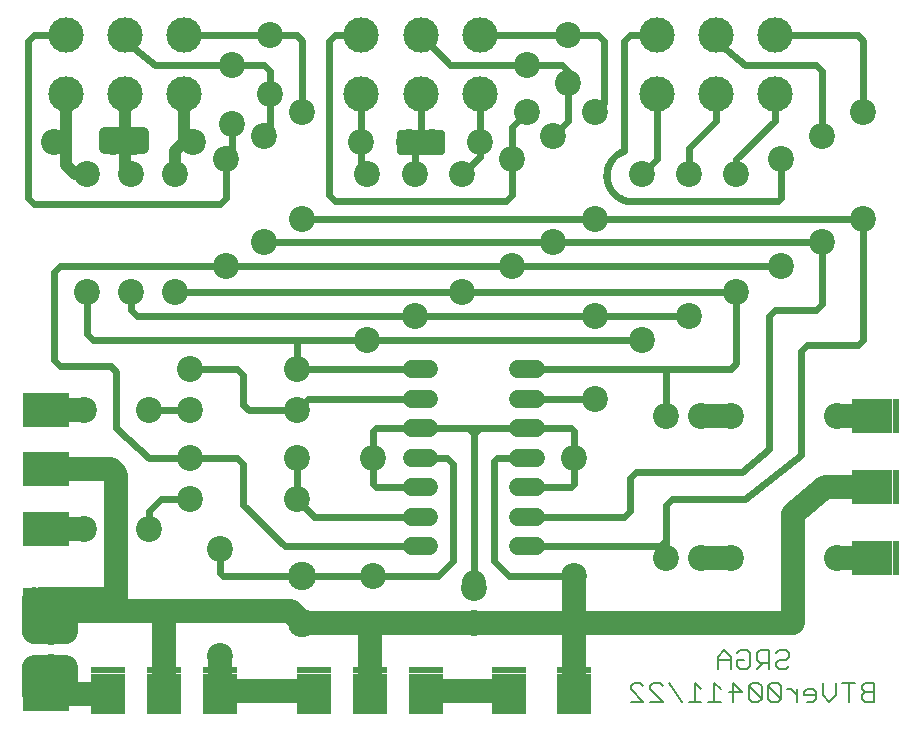
<source format=gbr>
G04 EAGLE Gerber RS-274X export*
G75*
%MOMM*%
%FSLAX34Y34*%
%LPD*%
%INBottom Copper*%
%IPPOS*%
%AMOC8*
5,1,8,0,0,1.08239X$1,22.5*%
G01*
%ADD10C,0.152400*%
%ADD11C,2.000000*%
%ADD12C,2.200000*%
%ADD13R,3.500000X3.000000*%
%ADD14R,0.500000X3.000000*%
%ADD15C,1.500000*%
%ADD16C,2.400000*%
%ADD17R,3.000000X3.500000*%
%ADD18R,3.000000X0.500000*%
%ADD19C,3.000000*%
%ADD20C,0.600000*%
%ADD21C,1.000000*%
%ADD22C,2.000000*%


D10*
X643391Y54320D02*
X646103Y57032D01*
X651526Y57032D01*
X654238Y54320D01*
X654238Y51609D01*
X651526Y48897D01*
X646103Y48897D01*
X643391Y46185D01*
X643391Y43474D01*
X646103Y40762D01*
X651526Y40762D01*
X654238Y43474D01*
X637866Y40762D02*
X637866Y57032D01*
X629732Y57032D01*
X627020Y54320D01*
X627020Y48897D01*
X629732Y46185D01*
X637866Y46185D01*
X632443Y46185D02*
X627020Y40762D01*
X613360Y57032D02*
X610648Y54320D01*
X613360Y57032D02*
X618783Y57032D01*
X621495Y54320D01*
X621495Y43474D01*
X618783Y40762D01*
X613360Y40762D01*
X610648Y43474D01*
X610648Y48897D01*
X616072Y48897D01*
X605123Y51609D02*
X605123Y40762D01*
X605123Y51609D02*
X599700Y57032D01*
X594277Y51609D01*
X594277Y40762D01*
X594277Y48897D02*
X605123Y48897D01*
X726738Y29532D02*
X726738Y13262D01*
X726738Y29532D02*
X718603Y29532D01*
X715891Y26820D01*
X715891Y24109D01*
X718603Y21397D01*
X715891Y18685D01*
X715891Y15974D01*
X718603Y13262D01*
X726738Y13262D01*
X726738Y21397D02*
X718603Y21397D01*
X704943Y13262D02*
X704943Y29532D01*
X710366Y29532D02*
X699520Y29532D01*
X693995Y29532D02*
X693995Y18685D01*
X688572Y13262D01*
X683148Y18685D01*
X683148Y29532D01*
X674912Y13262D02*
X669488Y13262D01*
X674912Y13262D02*
X677623Y15974D01*
X677623Y21397D01*
X674912Y24109D01*
X669488Y24109D01*
X666777Y21397D01*
X666777Y18685D01*
X677623Y18685D01*
X661252Y13262D02*
X661252Y24109D01*
X661252Y18685D02*
X655828Y24109D01*
X653117Y24109D01*
X647609Y26820D02*
X647609Y15974D01*
X647609Y26820D02*
X644897Y29532D01*
X639474Y29532D01*
X636762Y26820D01*
X636762Y15974D01*
X639474Y13262D01*
X644897Y13262D01*
X647609Y15974D01*
X636762Y26820D01*
X631237Y26820D02*
X631237Y15974D01*
X631237Y26820D02*
X628526Y29532D01*
X623102Y29532D01*
X620391Y26820D01*
X620391Y15974D01*
X623102Y13262D01*
X628526Y13262D01*
X631237Y15974D01*
X620391Y26820D01*
X606731Y29532D02*
X606731Y13262D01*
X614866Y21397D02*
X606731Y29532D01*
X604019Y21397D02*
X614866Y21397D01*
X596738Y24109D02*
X591315Y29532D01*
X591315Y13262D01*
X596738Y13262D02*
X585891Y13262D01*
X580366Y24109D02*
X574943Y29532D01*
X574943Y13262D01*
X580366Y13262D02*
X569520Y13262D01*
X563995Y13262D02*
X553148Y29532D01*
X547623Y13262D02*
X536777Y13262D01*
X547623Y13262D02*
X536777Y24109D01*
X536777Y26820D01*
X539488Y29532D01*
X544912Y29532D01*
X547623Y26820D01*
X531252Y13262D02*
X520405Y13262D01*
X531252Y13262D02*
X520405Y24109D01*
X520405Y26820D01*
X523117Y29532D01*
X528540Y29532D01*
X531252Y26820D01*
D11*
X60000Y360000D03*
X60000Y460000D03*
X97500Y360000D03*
X97500Y460000D03*
X135000Y360000D03*
X135000Y460000D03*
D12*
X177500Y382500D03*
X177500Y472500D03*
X210000Y402500D03*
X210000Y492500D03*
X242500Y422500D03*
X242500Y512500D03*
X647500Y382500D03*
X647500Y472500D03*
X682500Y402500D03*
X682500Y492500D03*
X717500Y422500D03*
X717500Y512500D03*
X610000Y360000D03*
X610000Y460000D03*
X490000Y422500D03*
X490000Y512500D03*
X455000Y402500D03*
X455000Y492500D03*
X420000Y382500D03*
X420000Y472500D03*
X337500Y340000D03*
X337500Y460000D03*
X570000Y340000D03*
X570000Y460000D03*
X377500Y360000D03*
X377500Y460000D03*
X297500Y320000D03*
X297500Y460000D03*
X530000Y320000D03*
X530000Y460000D03*
X60000Y360000D03*
X60000Y460000D03*
X97500Y360000D03*
X97500Y460000D03*
X135000Y360000D03*
X135000Y460000D03*
D13*
X22500Y260000D03*
D14*
X42500Y260000D03*
D12*
X147500Y260000D03*
X237500Y260000D03*
X147500Y220000D03*
X237500Y220000D03*
D13*
X22500Y210000D03*
D14*
X42500Y210000D03*
D13*
X725000Y255000D03*
D14*
X745000Y255000D03*
D13*
X725000Y135000D03*
D14*
X745000Y135000D03*
D12*
X172500Y52500D03*
X172500Y142500D03*
D15*
X335000Y220000D02*
X350000Y220000D01*
X425000Y220000D02*
X440000Y220000D01*
X350000Y195000D02*
X335000Y195000D01*
X335000Y170000D02*
X350000Y170000D01*
X350000Y145000D02*
X335000Y145000D01*
X335000Y245000D02*
X350000Y245000D01*
X350000Y270000D02*
X335000Y270000D01*
X335000Y295000D02*
X350000Y295000D01*
X425000Y245000D02*
X440000Y245000D01*
X440000Y270000D02*
X425000Y270000D01*
X425000Y295000D02*
X440000Y295000D01*
X440000Y195000D02*
X425000Y195000D01*
X425000Y170000D02*
X440000Y170000D01*
X440000Y145000D02*
X425000Y145000D01*
D13*
X22500Y160000D03*
D14*
X42500Y160000D03*
D13*
X725000Y195000D03*
D14*
X745000Y195000D03*
D12*
X100000Y487500D03*
X150000Y487500D03*
X32500Y487500D03*
X82500Y487500D03*
X182500Y502500D03*
X182500Y552500D03*
X215000Y527500D03*
X215000Y577500D03*
D13*
X22500Y95000D03*
D14*
X42500Y95000D03*
D13*
X22500Y20000D03*
D14*
X42500Y20000D03*
D12*
X147500Y185000D03*
X237500Y185000D03*
X147500Y295000D03*
X237500Y295000D03*
X490000Y270000D03*
X490000Y340000D03*
X387500Y110000D03*
X387500Y80000D03*
X112500Y160000D03*
X57500Y160000D03*
X112500Y260000D03*
X57500Y260000D03*
X30000Y42500D03*
X30000Y72500D03*
X292500Y487500D03*
X332500Y487500D03*
X352500Y487500D03*
X392500Y487500D03*
X432500Y512500D03*
X432500Y552500D03*
X467500Y537500D03*
X467500Y577500D03*
D16*
X242500Y120000D03*
X242500Y80000D03*
D12*
X302500Y120000D03*
X302500Y220000D03*
X472500Y120000D03*
X472500Y220000D03*
D17*
X77500Y20000D03*
D18*
X77500Y40000D03*
D17*
X125000Y20000D03*
D18*
X125000Y40000D03*
D17*
X172500Y20000D03*
D18*
X172500Y40000D03*
D17*
X252500Y20000D03*
D18*
X252500Y40000D03*
D17*
X300000Y20000D03*
D18*
X300000Y40000D03*
D17*
X347500Y20000D03*
D18*
X347500Y40000D03*
D17*
X417500Y20000D03*
D18*
X417500Y40000D03*
D17*
X472500Y20000D03*
D18*
X472500Y40000D03*
D19*
X542500Y577500D03*
X592500Y577500D03*
X642500Y577500D03*
X592500Y527500D03*
X642500Y527500D03*
X542500Y527500D03*
X292500Y577500D03*
X342500Y577500D03*
X392500Y577500D03*
X342500Y527500D03*
X392500Y527500D03*
X292500Y527500D03*
X42500Y577500D03*
X92500Y577500D03*
X142500Y577500D03*
X92500Y527500D03*
X142500Y527500D03*
X42500Y527500D03*
D12*
X550000Y135000D03*
X580000Y135000D03*
X695000Y135000D03*
X605000Y135000D03*
X695000Y255000D03*
X605000Y255000D03*
X550000Y255000D03*
X580000Y255000D03*
D20*
X542500Y472500D02*
X542500Y527500D01*
X542500Y472500D02*
X530000Y460000D01*
X42500Y465000D02*
X42500Y487500D01*
X42500Y495000D02*
X42500Y527500D01*
X47500Y460000D02*
X50000Y460000D01*
X47500Y460000D02*
X42500Y465000D01*
D21*
X42500Y495000D02*
X42500Y530000D01*
X42500Y495000D02*
X42500Y487500D01*
X32500Y487500D01*
X42500Y487500D02*
X42500Y467500D01*
X50000Y460000D01*
X60000Y460000D01*
D20*
X490000Y512500D02*
X497500Y520000D01*
X497500Y572500D01*
X492500Y577500D01*
X392500Y577500D01*
X292500Y527500D02*
X292500Y467500D01*
X297500Y460000D01*
X242500Y512500D02*
X242500Y572500D01*
X237500Y577500D01*
X142500Y577500D01*
X92500Y577500D02*
X92500Y572500D01*
X117500Y552500D01*
X210000Y492500D02*
X215000Y500000D01*
X215000Y547500D01*
X210000Y552500D01*
X117500Y552500D01*
X325000Y495000D02*
X325000Y485000D01*
X325000Y495000D02*
X360000Y495000D01*
X360000Y480000D01*
X325000Y480000D01*
X325000Y485000D01*
X355000Y485000D01*
X355000Y490000D01*
X342500Y490000D02*
X327500Y490000D01*
X342500Y490000D02*
X355000Y490000D01*
X342500Y490000D02*
X342500Y530000D01*
X337500Y482500D02*
X337500Y460000D01*
X642500Y577500D02*
X712500Y577500D01*
X717500Y572500D01*
X717500Y512500D01*
X182500Y502500D02*
X182500Y477500D01*
X177500Y472500D01*
X177500Y440000D01*
X172500Y435000D01*
X15000Y435000D02*
X10000Y440000D01*
X15000Y435000D02*
X172500Y435000D01*
X10000Y440000D02*
X10000Y572500D01*
X15000Y577500D01*
X42500Y577500D01*
X342500Y577500D02*
X367500Y552500D01*
X455000Y492500D02*
X467500Y505000D01*
X462500Y552500D02*
X367500Y552500D01*
X462500Y552500D02*
X467500Y547500D01*
X467500Y505000D01*
X292500Y577500D02*
X285000Y577500D01*
X265000Y442500D02*
X270000Y437500D01*
X420000Y500000D02*
X432500Y512500D01*
X265000Y572500D02*
X265000Y442500D01*
X265000Y572500D02*
X270000Y577500D01*
X292500Y577500D01*
X420000Y500000D02*
X420000Y442500D01*
X415000Y437500D01*
X270000Y437500D01*
X570000Y460000D02*
X570000Y465000D01*
X570000Y460000D02*
X570000Y482500D01*
X592500Y505000D01*
X592500Y527500D01*
X592500Y572500D02*
X592500Y577500D01*
X592500Y572500D02*
X617500Y552500D01*
X677500Y552500D01*
X682500Y547500D01*
X682500Y492500D01*
X647500Y472500D02*
X647500Y440000D01*
X645000Y437500D01*
X517500Y437500D01*
X537500Y577500D02*
X542500Y577500D01*
X515000Y480000D02*
X514490Y479824D01*
X513985Y479636D01*
X513485Y479435D01*
X512989Y479222D01*
X512499Y478997D01*
X512015Y478760D01*
X511537Y478511D01*
X511065Y478250D01*
X510599Y477979D01*
X510140Y477695D01*
X509688Y477401D01*
X509244Y477096D01*
X508807Y476780D01*
X508378Y476453D01*
X507957Y476116D01*
X507545Y475769D01*
X507141Y475411D01*
X506746Y475044D01*
X506360Y474668D01*
X505984Y474282D01*
X505617Y473887D01*
X505259Y473483D01*
X504912Y473070D01*
X504575Y472649D01*
X504248Y472220D01*
X503932Y471784D01*
X503627Y471339D01*
X503333Y470887D01*
X503050Y470429D01*
X502778Y469963D01*
X502517Y469491D01*
X502269Y469012D01*
X502032Y468528D01*
X501807Y468038D01*
X501594Y467543D01*
X501393Y467042D01*
X501204Y466537D01*
X501028Y466028D01*
X500865Y465514D01*
X500714Y464996D01*
X500575Y464475D01*
X500450Y463951D01*
X500337Y463423D01*
X500238Y462893D01*
X500151Y462361D01*
X500077Y461827D01*
X500017Y461291D01*
X499969Y460754D01*
X499935Y460216D01*
X499914Y459677D01*
X499906Y459138D01*
X499911Y458599D01*
X499930Y458060D01*
X499962Y457522D01*
X500006Y456985D01*
X500064Y456448D01*
X500135Y455914D01*
X500219Y455381D01*
X500317Y454851D01*
X500427Y454323D01*
X500550Y453798D01*
X500685Y453276D01*
X500834Y452758D01*
X500995Y452243D01*
X501169Y451733D01*
X501355Y451227D01*
X501553Y450726D01*
X501764Y450229D01*
X501986Y449738D01*
X502221Y449253D01*
X502467Y448773D01*
X502726Y448300D01*
X502995Y447833D01*
X503276Y447373D01*
X503568Y446919D01*
X503871Y446473D01*
X504185Y446035D01*
X504510Y445604D01*
X504845Y445182D01*
X505190Y444768D01*
X505545Y444362D01*
X505911Y443965D01*
X506285Y443578D01*
X506669Y443199D01*
X507062Y442830D01*
X507465Y442471D01*
X507875Y442122D01*
X508295Y441783D01*
X508722Y441454D01*
X509157Y441136D01*
X509600Y440828D01*
X510051Y440532D01*
X510508Y440246D01*
X510972Y439972D01*
X511443Y439710D01*
X511920Y439458D01*
X512404Y439219D01*
X512892Y438992D01*
X513387Y438776D01*
X513886Y438573D01*
X514390Y438382D01*
X514899Y438203D01*
X515412Y438037D01*
X515929Y437884D01*
X516449Y437743D01*
X516973Y437615D01*
X517500Y437500D01*
X515000Y480000D02*
X515000Y572500D01*
X520000Y577500D01*
X542500Y577500D01*
X142500Y527500D02*
X142500Y487500D01*
D21*
X142500Y490000D02*
X142500Y527500D01*
X142500Y490000D02*
X150000Y487500D01*
X142500Y487500D01*
X135000Y480000D01*
X135000Y460000D01*
D20*
X642500Y505000D02*
X642500Y527500D01*
X642500Y505000D02*
X610000Y472500D01*
X610000Y460000D01*
X642500Y507500D02*
X642500Y527500D01*
X647500Y382500D02*
X170000Y382500D01*
X97500Y360000D02*
X97500Y345000D01*
X102500Y340000D01*
X570000Y340000D01*
X490000Y270000D02*
X432500Y270000D01*
X92500Y465000D02*
X92500Y527500D01*
D21*
X92500Y530000D02*
X92500Y465000D01*
X97500Y460000D01*
X100000Y487500D02*
X75000Y487500D01*
X75000Y495000D02*
X107500Y495000D01*
X107500Y482500D01*
X75000Y482500D01*
X75000Y495000D01*
D20*
X392500Y475000D02*
X392500Y527500D01*
X392500Y475000D02*
X377500Y460000D01*
X167500Y382500D02*
X37500Y382500D01*
X32500Y377500D01*
X32500Y302500D01*
X37500Y297500D01*
X227500Y145000D02*
X342500Y145000D01*
X147500Y220000D02*
X112500Y220000D01*
X85000Y245000D01*
X85000Y292500D01*
X80000Y297500D01*
X37500Y297500D01*
X192500Y180000D02*
X227500Y145000D01*
X192500Y180000D02*
X192500Y215000D01*
X187500Y220000D01*
X147500Y220000D01*
X112500Y175000D02*
X112500Y160000D01*
X112500Y175000D02*
X122500Y185000D01*
X147500Y185000D01*
X237500Y295000D02*
X342500Y295000D01*
X60000Y325000D02*
X60000Y360000D01*
X60000Y325000D02*
X65000Y320000D01*
X237500Y320000D01*
X530000Y320000D01*
X237500Y320000D02*
X237500Y295000D01*
X147500Y260000D02*
X112500Y260000D01*
X252500Y170000D02*
X342500Y170000D01*
X252500Y170000D02*
X237500Y185000D01*
X237500Y220000D01*
D22*
X57500Y260000D02*
X25000Y260000D01*
X25000Y160000D02*
X57500Y160000D01*
D20*
X247500Y270000D02*
X342500Y270000D01*
X247500Y270000D02*
X237500Y260000D01*
X197500Y260000D01*
X192500Y265000D01*
X192500Y290000D01*
X187500Y295000D01*
X147500Y295000D01*
X432500Y295000D02*
X550000Y295000D01*
X550000Y255000D01*
X610000Y360000D02*
X130000Y360000D01*
X550000Y295000D02*
X605000Y295000D01*
X610000Y300000D01*
X610000Y360000D01*
X432500Y220000D02*
X407500Y220000D01*
X405000Y217500D01*
X405000Y132500D01*
X417500Y120000D01*
X472500Y120000D01*
D22*
X472500Y72500D01*
D20*
X365000Y220000D02*
X340000Y220000D01*
X365000Y220000D02*
X370000Y215000D01*
X370000Y132500D01*
X357500Y120000D01*
X175000Y120000D01*
X172500Y122500D01*
X172500Y142500D01*
D22*
X42500Y20000D02*
X15000Y20000D01*
X42500Y20000D02*
X77500Y20000D01*
X15000Y20000D02*
X15000Y42500D01*
X42500Y42500D01*
X42500Y20000D01*
X125000Y22500D02*
X125000Y87500D01*
X172500Y52500D02*
X172500Y30000D01*
X172500Y22500D02*
X252500Y22500D01*
X300000Y22500D02*
X300000Y75000D01*
X345000Y22500D02*
X417500Y22500D01*
X472500Y22500D02*
X472500Y77500D01*
X17500Y42500D02*
X17500Y20000D01*
X17500Y42500D02*
X35000Y42500D01*
X35000Y27500D01*
D20*
X432500Y195000D02*
X470000Y195000D01*
X472500Y197500D01*
X472500Y242500D01*
X470000Y245000D01*
X387500Y115000D02*
X387500Y112500D01*
D22*
X387500Y115000D02*
X387500Y110000D01*
D20*
X392500Y245000D02*
X432500Y245000D01*
X387500Y242500D02*
X387500Y240000D01*
X392500Y245000D01*
X387500Y240000D02*
X387500Y115000D01*
X390000Y245000D02*
X392500Y245000D01*
X390000Y245000D02*
X387500Y242500D01*
X390000Y245000D02*
X382500Y245000D01*
X387500Y240000D01*
X382500Y245000D02*
X342500Y245000D01*
X305000Y245000D01*
X302500Y242500D01*
X305000Y195000D02*
X342500Y195000D01*
X305000Y195000D02*
X302500Y197500D01*
X302500Y242500D01*
X432500Y245000D02*
X470000Y245000D01*
X682500Y402500D02*
X207500Y402500D01*
X615000Y207500D02*
X637500Y227500D01*
X615000Y207500D02*
X525000Y207500D01*
X515000Y170000D02*
X432500Y170000D01*
X515000Y170000D02*
X520000Y175000D01*
X520000Y202500D01*
X525000Y207500D01*
X637500Y227500D02*
X637500Y340000D01*
X642500Y345000D01*
X677500Y345000D01*
X682500Y350000D01*
X682500Y402500D01*
D22*
X685000Y195000D02*
X730000Y195000D01*
X685000Y195000D02*
X657500Y172500D01*
X30000Y72500D02*
X15000Y72500D01*
X15000Y100000D01*
X25000Y210000D02*
X80000Y210000D01*
X85000Y205000D01*
X85000Y90000D01*
X42500Y90000D02*
X20000Y90000D01*
X42500Y90000D02*
X85000Y90000D01*
X75000Y100000D02*
X20000Y100000D01*
X20000Y90000D01*
X85000Y90000D02*
X232500Y90000D01*
X242500Y80000D01*
X42500Y72500D02*
X30000Y72500D01*
X42500Y72500D02*
X42500Y90000D01*
X657500Y80000D02*
X657500Y172500D01*
X657500Y80000D02*
X242500Y80000D01*
D20*
X550000Y145000D02*
X550000Y150000D01*
X550000Y145000D02*
X550000Y135000D01*
X617500Y185000D02*
X665000Y222500D01*
X717500Y422500D02*
X242500Y422500D01*
X545000Y145000D02*
X550000Y145000D01*
X545000Y145000D02*
X432500Y145000D01*
X545000Y145000D02*
X550000Y150000D01*
X550000Y180000D01*
X555000Y185000D01*
X617500Y185000D01*
X665000Y222500D02*
X665000Y310000D01*
X670000Y315000D01*
X712500Y315000D01*
X717500Y320000D01*
X717500Y422500D01*
D22*
X605000Y255000D02*
X580000Y255000D01*
X580000Y135000D02*
X605000Y135000D01*
D20*
X722500Y255000D02*
X730000Y255000D01*
D22*
X722500Y255000D02*
X695000Y255000D01*
D20*
X722500Y135000D02*
X730000Y135000D01*
D22*
X722500Y135000D02*
X695000Y135000D01*
M02*

</source>
